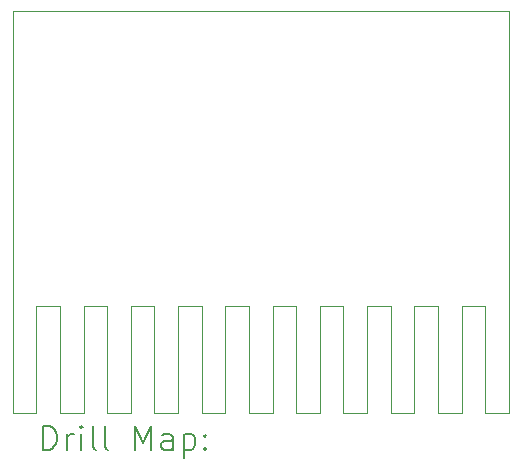
<source format=gbr>
%TF.GenerationSoftware,KiCad,Pcbnew,9.0.1*%
%TF.CreationDate,2025-06-01T13:14:17+02:00*%
%TF.ProjectId,Sim-module,53696d2d-6d6f-4647-956c-652e6b696361,rev?*%
%TF.SameCoordinates,Original*%
%TF.FileFunction,Drillmap*%
%TF.FilePolarity,Positive*%
%FSLAX45Y45*%
G04 Gerber Fmt 4.5, Leading zero omitted, Abs format (unit mm)*
G04 Created by KiCad (PCBNEW 9.0.1) date 2025-06-01 13:14:17*
%MOMM*%
%LPD*%
G01*
G04 APERTURE LIST*
%ADD10C,0.050000*%
%ADD11C,0.200000*%
G04 APERTURE END LIST*
D10*
X18700000Y-6500000D02*
X18900000Y-6500000D01*
X17500000Y-6500000D02*
X17700000Y-6500000D01*
X19300000Y-6500000D02*
X19300000Y-7400000D01*
X19100000Y-6500000D02*
X19300000Y-6500000D01*
X18500000Y-7400000D02*
X18700000Y-7400000D01*
X18900000Y-6500000D02*
X18900000Y-7400000D01*
X16300000Y-7400000D02*
X16300000Y-6500000D01*
X17300000Y-6500000D02*
X17300000Y-7400000D01*
X18300000Y-6500000D02*
X18500000Y-6500000D01*
X18100000Y-6500000D02*
X18100000Y-7400000D01*
X18300000Y-7400000D02*
X18300000Y-6500000D01*
X16500000Y-6500000D02*
X16500000Y-7400000D01*
X19100000Y-7400000D02*
X19100000Y-6500000D01*
X19300000Y-7400000D02*
X19500000Y-7400000D01*
X17700000Y-7400000D02*
X17900000Y-7400000D01*
X19700000Y-7400000D02*
X19900000Y-7400000D01*
X16500000Y-7400000D02*
X16700000Y-7400000D01*
X17100000Y-6500000D02*
X17300000Y-6500000D01*
X18900000Y-7400000D02*
X19100000Y-7400000D01*
X17500000Y-7400000D02*
X17500000Y-6500000D01*
X19900000Y-4000000D02*
X15700000Y-4000000D01*
X16300000Y-6500000D02*
X16500000Y-6500000D01*
X15700000Y-4000000D02*
X15700000Y-7400000D01*
X19900000Y-4000000D02*
X19900000Y-6500000D01*
X19900000Y-7400000D02*
X19900000Y-6500000D01*
X16700000Y-6500000D02*
X16900000Y-6500000D01*
X18700000Y-7400000D02*
X18700000Y-6500000D01*
X17300000Y-7400000D02*
X17500000Y-7400000D01*
X16900000Y-6500000D02*
X16900000Y-7400000D01*
X15900000Y-7400000D02*
X15900000Y-6500000D01*
X16900000Y-7400000D02*
X17100000Y-7400000D01*
X18500000Y-6500000D02*
X18500000Y-7400000D01*
X16700000Y-7400000D02*
X16700000Y-6500000D01*
X16100000Y-7400000D02*
X16300000Y-7400000D01*
X18100000Y-7400000D02*
X18300000Y-7400000D01*
X17900000Y-7400000D02*
X17900000Y-6500000D01*
X16100000Y-6500000D02*
X16100000Y-7400000D01*
X17900000Y-6500000D02*
X18100000Y-6500000D01*
X19700000Y-6500000D02*
X19700000Y-7400000D01*
X15900000Y-6500000D02*
X16100000Y-6500000D01*
X17700000Y-6500000D02*
X17700000Y-7400000D01*
X15700000Y-7400000D02*
X15900000Y-7400000D01*
X19500000Y-7400000D02*
X19500000Y-6500000D01*
X17100000Y-7400000D02*
X17100000Y-6500000D01*
X19500000Y-6500000D02*
X19700000Y-6500000D01*
D11*
X15958277Y-7713984D02*
X15958277Y-7513984D01*
X15958277Y-7513984D02*
X16005896Y-7513984D01*
X16005896Y-7513984D02*
X16034467Y-7523508D01*
X16034467Y-7523508D02*
X16053515Y-7542555D01*
X16053515Y-7542555D02*
X16063039Y-7561603D01*
X16063039Y-7561603D02*
X16072562Y-7599698D01*
X16072562Y-7599698D02*
X16072562Y-7628269D01*
X16072562Y-7628269D02*
X16063039Y-7666365D01*
X16063039Y-7666365D02*
X16053515Y-7685412D01*
X16053515Y-7685412D02*
X16034467Y-7704460D01*
X16034467Y-7704460D02*
X16005896Y-7713984D01*
X16005896Y-7713984D02*
X15958277Y-7713984D01*
X16158277Y-7713984D02*
X16158277Y-7580650D01*
X16158277Y-7618746D02*
X16167801Y-7599698D01*
X16167801Y-7599698D02*
X16177324Y-7590174D01*
X16177324Y-7590174D02*
X16196372Y-7580650D01*
X16196372Y-7580650D02*
X16215420Y-7580650D01*
X16282086Y-7713984D02*
X16282086Y-7580650D01*
X16282086Y-7513984D02*
X16272562Y-7523508D01*
X16272562Y-7523508D02*
X16282086Y-7533031D01*
X16282086Y-7533031D02*
X16291610Y-7523508D01*
X16291610Y-7523508D02*
X16282086Y-7513984D01*
X16282086Y-7513984D02*
X16282086Y-7533031D01*
X16405896Y-7713984D02*
X16386848Y-7704460D01*
X16386848Y-7704460D02*
X16377324Y-7685412D01*
X16377324Y-7685412D02*
X16377324Y-7513984D01*
X16510658Y-7713984D02*
X16491610Y-7704460D01*
X16491610Y-7704460D02*
X16482086Y-7685412D01*
X16482086Y-7685412D02*
X16482086Y-7513984D01*
X16739229Y-7713984D02*
X16739229Y-7513984D01*
X16739229Y-7513984D02*
X16805896Y-7656841D01*
X16805896Y-7656841D02*
X16872563Y-7513984D01*
X16872563Y-7513984D02*
X16872563Y-7713984D01*
X17053515Y-7713984D02*
X17053515Y-7609222D01*
X17053515Y-7609222D02*
X17043991Y-7590174D01*
X17043991Y-7590174D02*
X17024944Y-7580650D01*
X17024944Y-7580650D02*
X16986848Y-7580650D01*
X16986848Y-7580650D02*
X16967801Y-7590174D01*
X17053515Y-7704460D02*
X17034467Y-7713984D01*
X17034467Y-7713984D02*
X16986848Y-7713984D01*
X16986848Y-7713984D02*
X16967801Y-7704460D01*
X16967801Y-7704460D02*
X16958277Y-7685412D01*
X16958277Y-7685412D02*
X16958277Y-7666365D01*
X16958277Y-7666365D02*
X16967801Y-7647317D01*
X16967801Y-7647317D02*
X16986848Y-7637793D01*
X16986848Y-7637793D02*
X17034467Y-7637793D01*
X17034467Y-7637793D02*
X17053515Y-7628269D01*
X17148753Y-7580650D02*
X17148753Y-7780650D01*
X17148753Y-7590174D02*
X17167801Y-7580650D01*
X17167801Y-7580650D02*
X17205896Y-7580650D01*
X17205896Y-7580650D02*
X17224944Y-7590174D01*
X17224944Y-7590174D02*
X17234467Y-7599698D01*
X17234467Y-7599698D02*
X17243991Y-7618746D01*
X17243991Y-7618746D02*
X17243991Y-7675888D01*
X17243991Y-7675888D02*
X17234467Y-7694936D01*
X17234467Y-7694936D02*
X17224944Y-7704460D01*
X17224944Y-7704460D02*
X17205896Y-7713984D01*
X17205896Y-7713984D02*
X17167801Y-7713984D01*
X17167801Y-7713984D02*
X17148753Y-7704460D01*
X17329705Y-7694936D02*
X17339229Y-7704460D01*
X17339229Y-7704460D02*
X17329705Y-7713984D01*
X17329705Y-7713984D02*
X17320182Y-7704460D01*
X17320182Y-7704460D02*
X17329705Y-7694936D01*
X17329705Y-7694936D02*
X17329705Y-7713984D01*
X17329705Y-7590174D02*
X17339229Y-7599698D01*
X17339229Y-7599698D02*
X17329705Y-7609222D01*
X17329705Y-7609222D02*
X17320182Y-7599698D01*
X17320182Y-7599698D02*
X17329705Y-7590174D01*
X17329705Y-7590174D02*
X17329705Y-7609222D01*
M02*

</source>
